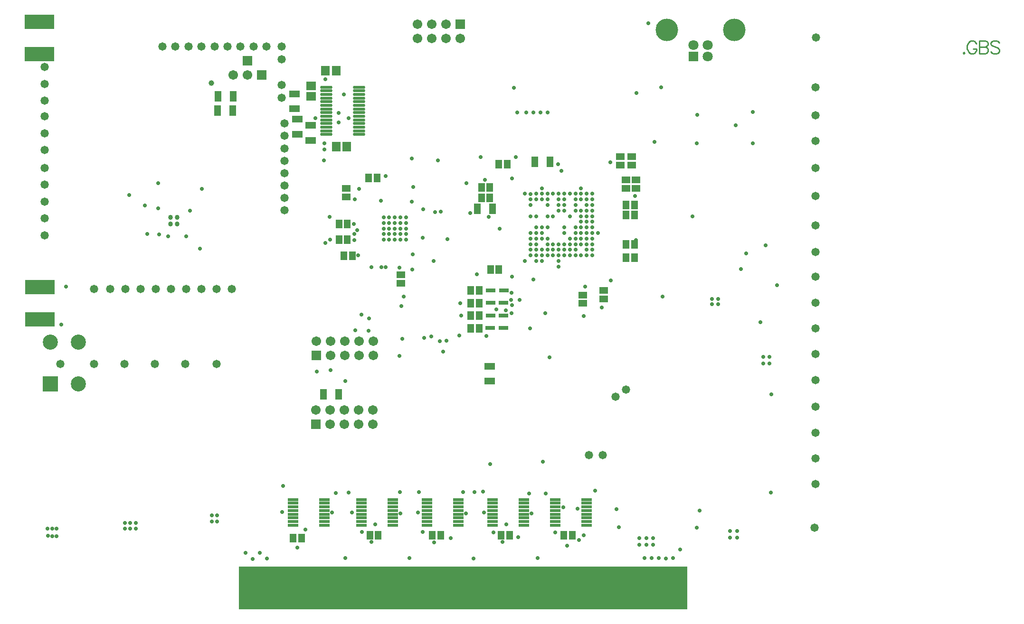
<source format=gbs>
%FSAX25Y25*%
%MOIN*%
G70*
G01*
G75*
G04 Layer_Color=16711935*
%ADD10R,0.41339X0.33071*%
%ADD11R,0.04134X0.12992*%
%ADD12R,0.05118X0.05906*%
%ADD13R,0.10000X0.15000*%
%ADD14O,0.10000X0.15000*%
%ADD15R,0.20000X0.09500*%
%ADD16R,0.20000X0.04500*%
%ADD17R,0.04331X0.05512*%
%ADD18R,0.05512X0.04331*%
%ADD19R,0.08661X0.07874*%
%ADD20R,0.04331X0.06693*%
%ADD21R,0.01575X0.08465*%
%ADD22R,0.01575X0.08465*%
%ADD23R,0.06693X0.04331*%
%ADD24R,0.07874X0.08661*%
%ADD25R,0.08000X0.07200*%
%ADD26O,0.06500X0.03000*%
%ADD27R,0.06500X0.03000*%
%ADD28O,0.04000X0.20000*%
%ADD29R,0.01181X0.03169*%
%ADD30R,0.03169X0.01181*%
%ADD31R,0.26378X0.26378*%
%ADD32R,0.06496X0.01181*%
%ADD33R,0.33071X0.41339*%
%ADD34R,0.12992X0.04134*%
%ADD35R,0.04331X0.02559*%
%ADD36O,0.07480X0.02362*%
%ADD37C,0.01969*%
%ADD38O,0.02362X0.08661*%
%ADD39R,0.10236X0.05906*%
%ADD40R,0.04000X0.16000*%
%ADD41R,0.16000X0.04000*%
%ADD42R,0.05906X0.05118*%
%ADD43O,0.03150X0.00984*%
%ADD44O,0.00984X0.03150*%
%ADD45R,0.10236X0.10236*%
%ADD46C,0.03543*%
%ADD47C,0.00500*%
%ADD48C,0.03150*%
%ADD49C,0.00787*%
%ADD50C,0.01000*%
%ADD51C,0.01181*%
%ADD52C,0.01969*%
%ADD53C,0.03937*%
%ADD54C,0.02362*%
%ADD55C,0.01575*%
%ADD56C,0.00900*%
%ADD57R,0.11909X0.03543*%
%ADD58R,0.09843X0.09843*%
%ADD59C,0.09843*%
%ADD60R,0.05906X0.05906*%
%ADD61C,0.05906*%
%ADD62C,0.05000*%
%ADD63C,0.14961*%
%ADD64C,0.06299*%
%ADD65R,0.06299X0.06299*%
%ADD66C,0.02598*%
%ADD67C,0.03150*%
%ADD68R,0.05709X0.02165*%
%ADD69O,0.07874X0.01378*%
%ADD70C,0.00984*%
%ADD71C,0.00394*%
%ADD72C,0.00600*%
%ADD73C,0.00720*%
%ADD74C,0.00800*%
%ADD75C,0.00300*%
%ADD76R,0.00100X0.00100*%
%ADD77R,3.15000X0.30000*%
%ADD78R,0.42139X0.33871*%
%ADD79R,0.04934X0.13792*%
%ADD80R,0.05918X0.06706*%
%ADD81R,0.10800X0.15800*%
%ADD82O,0.10800X0.15800*%
%ADD83R,0.20800X0.10300*%
%ADD84R,0.20800X0.05300*%
%ADD85R,0.05131X0.06312*%
%ADD86R,0.06312X0.05131*%
%ADD87R,0.09461X0.08674*%
%ADD88R,0.05131X0.07493*%
%ADD89R,0.02375X0.09265*%
%ADD90R,0.02375X0.09265*%
%ADD91R,0.07493X0.05131*%
%ADD92R,0.08674X0.09461*%
%ADD93R,0.08800X0.08000*%
%ADD94O,0.07300X0.03800*%
%ADD95R,0.07300X0.03800*%
%ADD96O,0.04800X0.20800*%
%ADD97R,0.01981X0.03969*%
%ADD98R,0.03969X0.01981*%
%ADD99R,0.27178X0.27178*%
%ADD100R,0.07296X0.01981*%
%ADD101R,0.33871X0.42139*%
%ADD102R,0.13792X0.04934*%
%ADD103R,0.05131X0.03359*%
%ADD104O,0.08280X0.03162*%
%ADD105C,0.02769*%
%ADD106O,0.03162X0.09461*%
%ADD107R,0.11036X0.06706*%
%ADD108R,0.04800X0.16800*%
%ADD109R,0.16800X0.04800*%
%ADD110R,0.06706X0.05918*%
%ADD111O,0.03950X0.01784*%
%ADD112O,0.01784X0.03950*%
%ADD113R,0.11036X0.11036*%
%ADD114R,0.10642X0.10642*%
%ADD115C,0.10642*%
%ADD116R,0.06706X0.06706*%
%ADD117C,0.06706*%
%ADD118C,0.05800*%
%ADD119C,0.15761*%
%ADD120C,0.07099*%
%ADD121R,0.07099X0.07099*%
%ADD122C,0.03950*%
%ADD123R,0.06509X0.02965*%
%ADD124O,0.08674X0.02178*%
%ADD125C,0.03398*%
D56*
X0638322Y0370148D02*
X0637894Y0369720D01*
X0638322Y0369291D01*
X0638751Y0369720D01*
X0638322Y0370148D01*
X0647149Y0376147D02*
X0646720Y0377004D01*
X0645863Y0377861D01*
X0645007Y0378289D01*
X0643293D01*
X0642436Y0377861D01*
X0641579Y0377004D01*
X0641150Y0376147D01*
X0640722Y0374862D01*
Y0372719D01*
X0641150Y0371434D01*
X0641579Y0370577D01*
X0642436Y0369720D01*
X0643293Y0369291D01*
X0645007D01*
X0645863Y0369720D01*
X0646720Y0370577D01*
X0647149Y0371434D01*
Y0372719D01*
X0645007D02*
X0647149D01*
X0649206Y0378289D02*
Y0369291D01*
Y0378289D02*
X0653062D01*
X0654347Y0377861D01*
X0654776Y0377432D01*
X0655204Y0376575D01*
Y0375718D01*
X0654776Y0374862D01*
X0654347Y0374433D01*
X0653062Y0374005D01*
X0649206D02*
X0653062D01*
X0654347Y0373576D01*
X0654776Y0373148D01*
X0655204Y0372291D01*
Y0371005D01*
X0654776Y0370148D01*
X0654347Y0369720D01*
X0653062Y0369291D01*
X0649206D01*
X0663217Y0377004D02*
X0662360Y0377861D01*
X0661074Y0378289D01*
X0659361D01*
X0658075Y0377861D01*
X0657218Y0377004D01*
Y0376147D01*
X0657647Y0375290D01*
X0658075Y0374862D01*
X0658932Y0374433D01*
X0661503Y0373576D01*
X0662360Y0373148D01*
X0662788Y0372719D01*
X0663217Y0371862D01*
Y0370577D01*
X0662360Y0369720D01*
X0661074Y0369291D01*
X0659361D01*
X0658075Y0369720D01*
X0657218Y0370577D01*
D77*
X0286772Y-0005996D02*
D03*
D80*
X0190354Y0357382D02*
D03*
X0197835D02*
D03*
X0205315Y0303839D02*
D03*
X0197835D02*
D03*
D83*
X-0010591Y0391398D02*
D03*
Y0368878D02*
D03*
X-0010197Y0205177D02*
D03*
Y0182658D02*
D03*
D85*
X0306102Y0217618D02*
D03*
X0312008D02*
D03*
X0298228Y0203051D02*
D03*
X0292323D02*
D03*
X0298228Y0193996D02*
D03*
X0292323D02*
D03*
X0298228Y0185335D02*
D03*
X0292323D02*
D03*
X0298228Y0176279D02*
D03*
X0292323D02*
D03*
X0407283Y0225886D02*
D03*
X0401378D02*
D03*
X0407283Y0235335D02*
D03*
X0401378D02*
D03*
X0407283Y0262894D02*
D03*
X0401378D02*
D03*
X0299803Y0268012D02*
D03*
X0305709D02*
D03*
X0209252Y0227067D02*
D03*
X0203346D02*
D03*
X0363583Y0031004D02*
D03*
X0357677D02*
D03*
X0319488D02*
D03*
X0313583D02*
D03*
X0271063D02*
D03*
X0265158D02*
D03*
X0227362D02*
D03*
X0221457D02*
D03*
X0173425Y0029035D02*
D03*
X0167520D02*
D03*
X0226575Y0281791D02*
D03*
X0220669D02*
D03*
X0205709Y0249508D02*
D03*
X0199803D02*
D03*
X0205709Y0238484D02*
D03*
X0199803D02*
D03*
X0299803Y0275098D02*
D03*
X0305709D02*
D03*
X0312008Y0291634D02*
D03*
X0317913D02*
D03*
X0407283Y0255807D02*
D03*
X0401378D02*
D03*
D86*
X0385433Y0196949D02*
D03*
Y0202854D02*
D03*
X0408268Y0280413D02*
D03*
Y0274508D02*
D03*
X0397244Y0296949D02*
D03*
Y0291043D02*
D03*
X0405118Y0296949D02*
D03*
Y0291043D02*
D03*
X0401181Y0274508D02*
D03*
Y0280413D02*
D03*
X0370866Y0199705D02*
D03*
Y0193799D02*
D03*
X0204724Y0274508D02*
D03*
Y0268602D02*
D03*
X0243307Y0213878D02*
D03*
Y0207972D02*
D03*
D88*
X0347835Y0293209D02*
D03*
X0337205D02*
D03*
X0307677Y0260138D02*
D03*
X0297047D02*
D03*
X0199409Y0129823D02*
D03*
X0188779D02*
D03*
X0114665Y0329331D02*
D03*
X0125295D02*
D03*
X0125394Y0339173D02*
D03*
X0114764D02*
D03*
D91*
X0168504Y0330413D02*
D03*
Y0341043D02*
D03*
X0170472Y0312697D02*
D03*
Y0323327D02*
D03*
X0305512Y0149705D02*
D03*
Y0139075D02*
D03*
X0179921Y0318996D02*
D03*
Y0308366D02*
D03*
D96*
X0439272Y-0001496D02*
D03*
X0434272D02*
D03*
X0429272D02*
D03*
X0424272D02*
D03*
X0419272D02*
D03*
X0414272D02*
D03*
X0409272D02*
D03*
X0404272D02*
D03*
X0399272D02*
D03*
X0394272D02*
D03*
X0389272D02*
D03*
X0384272D02*
D03*
X0379272D02*
D03*
X0374272D02*
D03*
X0369272D02*
D03*
X0364272D02*
D03*
X0359272D02*
D03*
X0354272D02*
D03*
X0349272D02*
D03*
X0344272D02*
D03*
X0339272D02*
D03*
X0334272D02*
D03*
X0329272D02*
D03*
X0324272D02*
D03*
X0319272D02*
D03*
X0314272D02*
D03*
X0309272D02*
D03*
X0304272D02*
D03*
X0299272D02*
D03*
X0294272D02*
D03*
X0289272D02*
D03*
X0284272D02*
D03*
X0279272D02*
D03*
X0274272D02*
D03*
X0269272D02*
D03*
X0264272D02*
D03*
X0259272D02*
D03*
X0254272D02*
D03*
X0249272D02*
D03*
X0244272D02*
D03*
X0239272D02*
D03*
X0234272D02*
D03*
X0229272D02*
D03*
X0224272D02*
D03*
X0219272D02*
D03*
X0214272D02*
D03*
X0209272D02*
D03*
X0204272D02*
D03*
X0199272D02*
D03*
X0184272D02*
D03*
X0179272D02*
D03*
X0174272D02*
D03*
X0169272D02*
D03*
X0164272D02*
D03*
X0159272D02*
D03*
X0154272D02*
D03*
X0149272D02*
D03*
X0144272D02*
D03*
X0139272D02*
D03*
X0134272D02*
D03*
D100*
X0373398Y0055961D02*
D03*
Y0053401D02*
D03*
Y0050842D02*
D03*
Y0048283D02*
D03*
Y0045724D02*
D03*
Y0043165D02*
D03*
Y0040606D02*
D03*
Y0038047D02*
D03*
X0351547Y0055961D02*
D03*
Y0053401D02*
D03*
Y0050842D02*
D03*
Y0048283D02*
D03*
Y0045724D02*
D03*
Y0043165D02*
D03*
Y0040606D02*
D03*
Y0038047D02*
D03*
X0329398Y0055961D02*
D03*
Y0053401D02*
D03*
Y0050842D02*
D03*
Y0048283D02*
D03*
Y0045724D02*
D03*
Y0043165D02*
D03*
Y0040606D02*
D03*
Y0038047D02*
D03*
X0307547Y0055961D02*
D03*
Y0053401D02*
D03*
Y0050842D02*
D03*
Y0048283D02*
D03*
Y0045724D02*
D03*
Y0043165D02*
D03*
Y0040606D02*
D03*
Y0038047D02*
D03*
X0283398Y0055961D02*
D03*
Y0053401D02*
D03*
Y0050842D02*
D03*
Y0048283D02*
D03*
Y0045724D02*
D03*
Y0043165D02*
D03*
Y0040606D02*
D03*
Y0038047D02*
D03*
X0261547Y0055961D02*
D03*
Y0053401D02*
D03*
Y0050842D02*
D03*
Y0048283D02*
D03*
Y0045724D02*
D03*
Y0043165D02*
D03*
Y0040606D02*
D03*
Y0038047D02*
D03*
X0237398Y0055961D02*
D03*
Y0053401D02*
D03*
Y0050842D02*
D03*
Y0048283D02*
D03*
Y0045724D02*
D03*
Y0043165D02*
D03*
Y0040606D02*
D03*
Y0038047D02*
D03*
X0215547Y0055961D02*
D03*
Y0053401D02*
D03*
Y0050842D02*
D03*
Y0048283D02*
D03*
Y0045724D02*
D03*
Y0043165D02*
D03*
Y0040606D02*
D03*
Y0038047D02*
D03*
X0189398Y0055961D02*
D03*
Y0053401D02*
D03*
Y0050842D02*
D03*
Y0048283D02*
D03*
Y0045724D02*
D03*
Y0043165D02*
D03*
Y0040606D02*
D03*
Y0038047D02*
D03*
X0167547Y0055961D02*
D03*
Y0053401D02*
D03*
Y0050842D02*
D03*
Y0048283D02*
D03*
Y0045724D02*
D03*
Y0043165D02*
D03*
Y0040606D02*
D03*
Y0038047D02*
D03*
D105*
X0490256Y0306201D02*
D03*
X0450787Y0306299D02*
D03*
X0451378Y0326378D02*
D03*
X0342913Y0082579D02*
D03*
X0305906Y0081004D02*
D03*
X0347638Y0155807D02*
D03*
X0065256Y0242717D02*
D03*
X0063681Y0262402D02*
D03*
X0220669Y0174508D02*
D03*
X0211319Y0174902D02*
D03*
X0220768Y0183268D02*
D03*
X0215551Y0185925D02*
D03*
X0269325Y0294139D02*
D03*
X0353642Y0291535D02*
D03*
X0271161Y0258071D02*
D03*
X0304921Y0254528D02*
D03*
X0330315Y0270768D02*
D03*
X0244291Y0168819D02*
D03*
X0317028Y0188779D02*
D03*
X0259449Y0169685D02*
D03*
X0264567Y0170472D02*
D03*
X0320866Y0186811D02*
D03*
X0321063Y0192717D02*
D03*
X0326673Y0196161D02*
D03*
X0275197Y0167618D02*
D03*
X0193799Y0146752D02*
D03*
X0333858Y0176083D02*
D03*
X0344587Y0186811D02*
D03*
X0346063Y0270768D02*
D03*
X0346063Y0266831D02*
D03*
X0338189Y0270768D02*
D03*
X0373622Y0262894D02*
D03*
X0365748Y0266831D02*
D03*
X0357874D02*
D03*
X0346063Y0262894D02*
D03*
X0336221Y0210728D02*
D03*
X0338189Y0223524D02*
D03*
X0330315Y0223524D02*
D03*
X0342126Y0223524D02*
D03*
X0353937D02*
D03*
Y0219587D02*
D03*
X0342126Y0266831D02*
D03*
X0353937Y0258957D02*
D03*
Y0262894D02*
D03*
X0357874D02*
D03*
X0365748Y0258957D02*
D03*
Y0262894D02*
D03*
X0369685Y0266831D02*
D03*
X0373622Y0270768D02*
D03*
Y0266831D02*
D03*
X0369685Y0270768D02*
D03*
X0377559Y0266831D02*
D03*
X0381496Y0243209D02*
D03*
X0377559Y0251083D02*
D03*
Y0247146D02*
D03*
Y0243209D02*
D03*
X0373622Y0251083D02*
D03*
X0377559Y0255020D02*
D03*
X0373622Y0255020D02*
D03*
X0369685Y0255020D02*
D03*
X0369685Y0251083D02*
D03*
X0373622Y0247146D02*
D03*
X0373622Y0243209D02*
D03*
X0373622Y0239272D02*
D03*
X0377559Y0239272D02*
D03*
X0377559Y0258957D02*
D03*
X0373622D02*
D03*
X0369685D02*
D03*
X0377559Y0262894D02*
D03*
Y0270768D02*
D03*
X0353937Y0266831D02*
D03*
X0346063Y0255020D02*
D03*
X0350000D02*
D03*
X0357874Y0258957D02*
D03*
X0361811Y0255020D02*
D03*
X0369685Y0247146D02*
D03*
X0365748D02*
D03*
Y0243209D02*
D03*
X0369685D02*
D03*
Y0239272D02*
D03*
X0369685Y0235335D02*
D03*
X0373622Y0235335D02*
D03*
X0377559Y0235335D02*
D03*
X0346063Y0231398D02*
D03*
X0350000Y0231398D02*
D03*
X0353937D02*
D03*
X0357874Y0231398D02*
D03*
X0361811Y0231398D02*
D03*
X0365748Y0235335D02*
D03*
X0365748Y0231398D02*
D03*
X0373622D02*
D03*
X0377559D02*
D03*
X0377559Y0227461D02*
D03*
X0373622Y0227461D02*
D03*
X0369685Y0227461D02*
D03*
X0365748D02*
D03*
X0361811D02*
D03*
X0357874D02*
D03*
X0353937D02*
D03*
X0350000D02*
D03*
X0361811Y0235335D02*
D03*
X0357874D02*
D03*
X0353937D02*
D03*
X0350000D02*
D03*
X0361811Y0239272D02*
D03*
X0365748D02*
D03*
X0357874Y0243209D02*
D03*
Y0247146D02*
D03*
X0346063Y0247146D02*
D03*
X0342126D02*
D03*
Y0243209D02*
D03*
X0342126Y0239272D02*
D03*
X0346063Y0239272D02*
D03*
Y0235335D02*
D03*
X0342126Y0231398D02*
D03*
X0346063Y0227461D02*
D03*
X0342126D02*
D03*
X0338189Y0255020D02*
D03*
X0338189Y0247146D02*
D03*
X0338189Y0243209D02*
D03*
X0338189Y0239272D02*
D03*
X0338189Y0235335D02*
D03*
X0338189Y0231398D02*
D03*
Y0227461D02*
D03*
X0334252Y0227461D02*
D03*
X0334252Y0231398D02*
D03*
X0334252Y0235335D02*
D03*
Y0239272D02*
D03*
Y0243209D02*
D03*
X0334289Y0266775D02*
D03*
Y0262838D02*
D03*
Y0254964D02*
D03*
X0338189Y0266831D02*
D03*
X0342126Y0270768D02*
D03*
X0334350Y0270669D02*
D03*
X0350000Y0270768D02*
D03*
X0353937D02*
D03*
X0357874D02*
D03*
X0361811D02*
D03*
X0365748D02*
D03*
X0092520Y0240846D02*
D03*
X0095177Y0259055D02*
D03*
X-0001575Y0035728D02*
D03*
X-0001476Y0030315D02*
D03*
X0001575D02*
D03*
X-0004575Y0030461D02*
D03*
X0049425Y0039484D02*
D03*
X0053362D02*
D03*
X0057268D02*
D03*
Y0035516D02*
D03*
X0053331D02*
D03*
X0049394D02*
D03*
X0110457Y0045004D02*
D03*
X0114347D02*
D03*
Y0040673D02*
D03*
X0110457D02*
D03*
X-0004724Y0035728D02*
D03*
X0001575D02*
D03*
X0410425Y0028846D02*
D03*
X0415543D02*
D03*
X0420284D02*
D03*
Y0024106D02*
D03*
X0415543D02*
D03*
X0410441D02*
D03*
X0474260Y0034004D02*
D03*
X0479378D02*
D03*
Y0029185D02*
D03*
X0474165D02*
D03*
X0501968Y0151476D02*
D03*
Y0156201D02*
D03*
X0497638D02*
D03*
Y0151476D02*
D03*
X0139272Y0014371D02*
D03*
X0149272Y0014409D02*
D03*
X0204272Y0014920D02*
D03*
X0249272Y0014802D02*
D03*
X0294272Y0014684D02*
D03*
X0339272Y0014765D02*
D03*
X0414272Y0014763D02*
D03*
X0419272Y0014843D02*
D03*
X0429272Y0014724D02*
D03*
X0434272Y0014842D02*
D03*
X0424213Y0014862D02*
D03*
X0072736Y0260530D02*
D03*
X0073526Y0242321D02*
D03*
X0079822Y0240747D02*
D03*
X0102067Y0232283D02*
D03*
X0103445Y0274213D02*
D03*
X0072736Y0278150D02*
D03*
X0052658Y0269882D02*
D03*
X0408268Y0238090D02*
D03*
X0213779Y0274311D02*
D03*
X0211024Y0266831D02*
D03*
X0232677Y0283366D02*
D03*
X0210236Y0249508D02*
D03*
X0210630Y0238090D02*
D03*
Y0242421D02*
D03*
X0212598Y0245177D02*
D03*
X0213386Y0227461D02*
D03*
X0222441Y0219193D02*
D03*
X0229528D02*
D03*
X0232677D02*
D03*
X0251181Y0217618D02*
D03*
X0251575Y0228248D02*
D03*
X0266142Y0223524D02*
D03*
X0275984Y0238878D02*
D03*
X0258661Y0240059D02*
D03*
X0267323Y0257776D02*
D03*
X0259055Y0259744D02*
D03*
X0251969Y0275492D02*
D03*
X0250787Y0265256D02*
D03*
X0229134Y0266043D02*
D03*
X0193307Y0254626D02*
D03*
X0193701Y0238484D02*
D03*
X0190059Y0236122D02*
D03*
X0242126Y0218799D02*
D03*
X0408465Y0341437D02*
D03*
X0355906Y0286910D02*
D03*
X0478346Y0318799D02*
D03*
X0426772Y0198721D02*
D03*
X0465748Y0196752D02*
D03*
X0461417D02*
D03*
Y0193209D02*
D03*
X0465748D02*
D03*
X0407480Y0269193D02*
D03*
X0372441Y0205413D02*
D03*
X0351575Y0032972D02*
D03*
X0371654Y0031004D02*
D03*
X0367323Y0049508D02*
D03*
X0357087Y0050689D02*
D03*
X0301575Y0046752D02*
D03*
X0335039Y0046358D02*
D03*
X0288976D02*
D03*
X0255118Y0046752D02*
D03*
X0209055D02*
D03*
X0242913Y0046358D02*
D03*
X0225197Y0038484D02*
D03*
X0194882Y0046752D02*
D03*
X0159843Y0047146D02*
D03*
X0176378Y0034941D02*
D03*
X0308268Y0032972D02*
D03*
X0258661Y0033366D02*
D03*
X0215748D02*
D03*
X0170472Y0022343D02*
D03*
X0242126Y0156988D02*
D03*
X0272835Y0159744D02*
D03*
X0270472Y0167224D02*
D03*
X0243701Y0192028D02*
D03*
X0204331Y0139272D02*
D03*
X0184252Y0145965D02*
D03*
X0322638Y0345374D02*
D03*
X0416732Y0390650D02*
D03*
X0390158Y0292815D02*
D03*
X0421260Y0307382D02*
D03*
X0425984Y0345571D02*
D03*
X0490158Y0328248D02*
D03*
X0448032Y0255020D02*
D03*
X0499213Y0234547D02*
D03*
X0481890Y0218012D02*
D03*
X0485433Y0229035D02*
D03*
X0396063Y0036516D02*
D03*
X0394488Y0049114D02*
D03*
X0452756Y0048327D02*
D03*
X0450787Y0036122D02*
D03*
X0502756Y0060925D02*
D03*
X0503150Y0129823D02*
D03*
X0495669Y0180610D02*
D03*
X0507087Y0206594D02*
D03*
X0296457Y0214075D02*
D03*
X0321260Y0212500D02*
D03*
X0320866Y0201083D02*
D03*
X0320472Y0196358D02*
D03*
X0310236Y0189665D02*
D03*
X0303150Y0170768D02*
D03*
X0285039Y0193996D02*
D03*
X0285433Y0185335D02*
D03*
X0284252Y0171161D02*
D03*
X0245276Y0198721D02*
D03*
X0390551Y0209744D02*
D03*
X0302165Y0280413D02*
D03*
X0291732Y0257382D02*
D03*
X0289370Y0278248D02*
D03*
X0008268Y0205413D02*
D03*
X0004724Y0179035D02*
D03*
X0134252Y0018406D02*
D03*
X0144095D02*
D03*
X0439370Y0020768D02*
D03*
X0321260Y0281398D02*
D03*
X0384252Y0190847D02*
D03*
X0371654Y0184941D02*
D03*
X0300787Y0061713D02*
D03*
X0287008Y0061319D02*
D03*
X0255906D02*
D03*
X0206693Y0060925D02*
D03*
X0160630Y0065650D02*
D03*
X0344882Y0060138D02*
D03*
X0379528Y0062106D02*
D03*
X0333071Y0060138D02*
D03*
X0294882Y0061319D02*
D03*
X0242520D02*
D03*
X0197638Y0060532D02*
D03*
X0278346Y0029035D02*
D03*
X0325590Y0029429D02*
D03*
X0368110Y0027461D02*
D03*
X0359842Y0023524D02*
D03*
X0317323Y0038484D02*
D03*
X0314567Y0026280D02*
D03*
X0266535Y0025886D02*
D03*
X0222441Y0026280D02*
D03*
X0235039Y0254232D02*
D03*
X0238976D02*
D03*
X0242913D02*
D03*
Y0250295D02*
D03*
X0238976D02*
D03*
X0235039D02*
D03*
Y0246358D02*
D03*
X0242913D02*
D03*
X0246850D02*
D03*
Y0250295D02*
D03*
Y0254232D02*
D03*
X0242913Y0242421D02*
D03*
X0238976D02*
D03*
X0235039D02*
D03*
X0238976Y0246358D02*
D03*
X0246850Y0242421D02*
D03*
Y0238484D02*
D03*
X0242913D02*
D03*
X0238976D02*
D03*
X0235039D02*
D03*
X0231102D02*
D03*
Y0242421D02*
D03*
Y0246358D02*
D03*
Y0250295D02*
D03*
Y0254232D02*
D03*
X0331122Y0327776D02*
D03*
X0336122Y0327854D02*
D03*
X0341122Y0327933D02*
D03*
X0346122Y0327913D02*
D03*
X0325000Y0327756D02*
D03*
X0190354Y0351279D02*
D03*
X0203150Y0340551D02*
D03*
X0183169Y0324016D02*
D03*
X0323819Y0296457D02*
D03*
X0299114Y0296555D02*
D03*
X0250787Y0295472D02*
D03*
X0189469Y0306201D02*
D03*
Y0301870D02*
D03*
X0189370Y0294390D02*
D03*
X0199606Y0327559D02*
D03*
Y0320866D02*
D03*
X0206693Y0324016D02*
D03*
X0342126Y0274705D02*
D03*
X0369685D02*
D03*
X0312598Y0246211D02*
D03*
D110*
X0180315Y0346555D02*
D03*
Y0339075D02*
D03*
D114*
X-0002756Y0137106D02*
D03*
D115*
X0016929D02*
D03*
X-0002756Y0166634D02*
D03*
X0016929D02*
D03*
D116*
X0285039Y0390059D02*
D03*
X0183465Y0108957D02*
D03*
X0183858Y0157382D02*
D03*
X0135669Y0364331D02*
D03*
X0145669Y0354331D02*
D03*
D117*
X0285039Y0380059D02*
D03*
X0275039Y0390059D02*
D03*
Y0380059D02*
D03*
X0265039Y0390059D02*
D03*
Y0380059D02*
D03*
X0255039Y0390059D02*
D03*
Y0380059D02*
D03*
X0183465Y0118957D02*
D03*
X0193465Y0108957D02*
D03*
Y0118957D02*
D03*
X0203465Y0108957D02*
D03*
Y0118957D02*
D03*
X0213465Y0108957D02*
D03*
Y0118957D02*
D03*
X0223465Y0108957D02*
D03*
Y0118957D02*
D03*
X0183858Y0167382D02*
D03*
X0193858Y0157382D02*
D03*
Y0167382D02*
D03*
X0203858Y0157382D02*
D03*
Y0167382D02*
D03*
X0213858Y0157382D02*
D03*
Y0167382D02*
D03*
X0223858Y0157382D02*
D03*
Y0167382D02*
D03*
X0125669Y0354331D02*
D03*
X0135669D02*
D03*
D118*
X0534547Y0380610D02*
D03*
X0533465Y0036220D02*
D03*
X-0006693Y0347933D02*
D03*
Y0325098D02*
D03*
Y0301476D02*
D03*
Y0277067D02*
D03*
Y0253445D02*
D03*
Y0359744D02*
D03*
Y0241634D02*
D03*
Y0265256D02*
D03*
Y0288878D02*
D03*
Y0313287D02*
D03*
Y0336122D02*
D03*
X0113779Y0151083D02*
D03*
X0091732D02*
D03*
X0070472D02*
D03*
X0049213D02*
D03*
X0027953D02*
D03*
X0004331D02*
D03*
X0534252Y0345571D02*
D03*
Y0325886D02*
D03*
Y0307776D02*
D03*
Y0288878D02*
D03*
Y0269193D02*
D03*
Y0248721D02*
D03*
Y0229823D02*
D03*
Y0212500D02*
D03*
Y0194390D02*
D03*
Y0176279D02*
D03*
Y0158169D02*
D03*
Y0140059D02*
D03*
Y0121161D02*
D03*
Y0103051D02*
D03*
Y0084941D02*
D03*
Y0066831D02*
D03*
X0027953Y0203839D02*
D03*
X0039370D02*
D03*
X0050000D02*
D03*
X0060630D02*
D03*
X0071260D02*
D03*
X0081890D02*
D03*
X0092520D02*
D03*
X0103150D02*
D03*
X0113779D02*
D03*
X0124409D02*
D03*
X0161417Y0259350D02*
D03*
Y0268012D02*
D03*
Y0276673D02*
D03*
Y0285335D02*
D03*
Y0293996D02*
D03*
Y0302658D02*
D03*
Y0311713D02*
D03*
Y0320374D02*
D03*
X0159449Y0338090D02*
D03*
Y0347146D02*
D03*
Y0365256D02*
D03*
Y0374311D02*
D03*
X0148819D02*
D03*
X0139764D02*
D03*
X0130709D02*
D03*
X0121653D02*
D03*
X0112598D02*
D03*
X0103150D02*
D03*
X0094095D02*
D03*
X0085039D02*
D03*
X0075984D02*
D03*
X0401083Y0133366D02*
D03*
X0375295Y0087106D02*
D03*
X0384842D02*
D03*
X0393799Y0128248D02*
D03*
D119*
X0477244Y0385768D02*
D03*
X0429843D02*
D03*
D120*
X0458465Y0375098D02*
D03*
X0448622D02*
D03*
X0458465Y0367224D02*
D03*
D121*
X0448622D02*
D03*
D122*
X0110138Y0348622D02*
D03*
D123*
X0315256Y0176575D02*
D03*
X0306004D02*
D03*
X0315354Y0185138D02*
D03*
X0306102D02*
D03*
X0315354Y0194193D02*
D03*
X0306102D02*
D03*
X0315453Y0203051D02*
D03*
X0306201D02*
D03*
D124*
X0213779Y0345669D02*
D03*
Y0343110D02*
D03*
Y0340551D02*
D03*
Y0337992D02*
D03*
Y0335433D02*
D03*
Y0332874D02*
D03*
Y0330315D02*
D03*
Y0327756D02*
D03*
Y0325197D02*
D03*
Y0322638D02*
D03*
Y0320079D02*
D03*
Y0317520D02*
D03*
Y0314961D02*
D03*
Y0312402D02*
D03*
X0190945Y0345669D02*
D03*
Y0343110D02*
D03*
Y0340551D02*
D03*
Y0337992D02*
D03*
Y0335433D02*
D03*
Y0332874D02*
D03*
Y0330315D02*
D03*
Y0327756D02*
D03*
Y0325197D02*
D03*
Y0322638D02*
D03*
Y0320079D02*
D03*
Y0317520D02*
D03*
Y0314961D02*
D03*
Y0312402D02*
D03*
D125*
X0086122Y0249409D02*
D03*
X0081398D02*
D03*
X0086122Y0254134D02*
D03*
X0081398D02*
D03*
M02*

</source>
